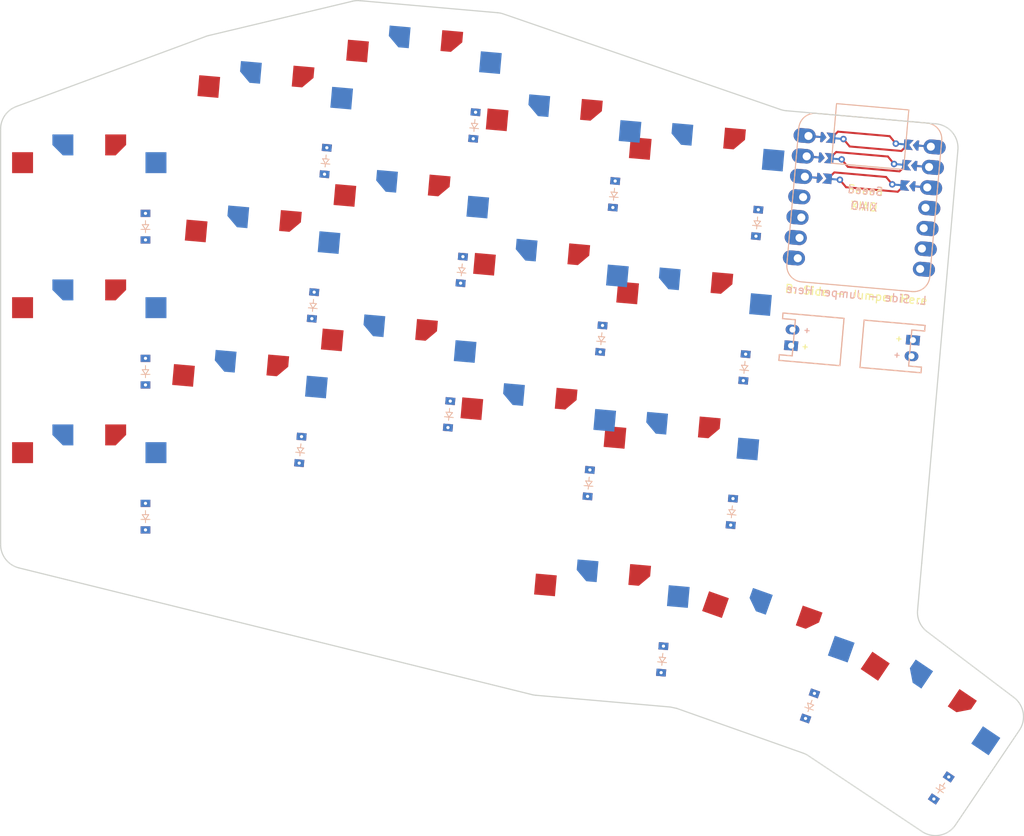
<source format=kicad_pcb>
(kicad_pcb (version 20240108) (generator "pcbnew") (generator_version "8.0")
  (title_block (title "boardPcb") (rev "v1.0.0") (company "Unknown"))
  (layers (0 "F.Cu" signal) (31 "B.Cu" signal) (34 "B.Paste" user) (35 "F.Paste" user) (36 "B.SilkS" user "B.Silkscreen") (37 "F.SilkS" user "F.Silkscreen") (38 "B.Mask" user) (39 "F.Mask" user) (44 "Edge.Cuts" user))
  (net 0 "")
  (net 1 "Row3")
  (net 2 "Net-(D1-A)")
  (net 3 "Row2")
  (net 4 "Net-(D2-A)")
  (net 5 "Row1")
  (net 6 "Net-(D3-A)")
  (net 7 "Net-(D4-A)")
  (net 8 "Net-(D5-A)")
  (net 9 "Net-(D6-A)")
  (net 10 "Net-(D7-A)")
  (net 11 "Net-(D8-A)")
  (net 12 "Net-(D9-A)")
  (net 13 "Net-(D10-A)")
  (net 14 "Net-(D11-A)")
  (net 15 "Net-(D12-A)")
  (net 16 "Net-(D13-A)")
  (net 17 "Net-(D14-A)")
  (net 18 "Net-(D15-A)")
  (net 19 "Row4")
  (net 20 "Net-(D16-A)")
  (net 21 "Net-(D17-A)")
  (net 22 "Net-(D18-A)")
  (net 23 "Net-(JST1-Pin_1)")
  (net 24 "Net-(JST1-Pin_2)")
  (net 25 "Col1")
  (net 26 "Col2")
  (net 27 "Col3")
  (net 28 "Col4")
  (net 29 "Col5")
  (net 30 "_1_2")
  (net 31 "_1_13")
  (net 32 "_1_12")
  (net 33 "_1_11")
  (net 34 "_1_1")
  (net 35 "_1_0")
  (net 36 "VCC")
  (net 37 "V3")
  (net 38 "P9")
  (net 39 "P8")
  (net 40 "P7")
  (net 41 "P6")
  (net 42 "P5")
  (net 43 "P4")
  (net 44 "P3")
  (net 45 "P2")
  (net 46 "P10")
  (net 47 "P1")
  (net 48 "P0")
  (net 49 "GND")
  (footprint "clacken:reversable_diode" (layer "F.Cu") (at 6.975552 -13.806658 90)
    (property "Reference" "D2" (hide yes))
    (property "Value" "1N914" (hide yes))
  )
  (footprint "clacken:choc_switches" (layer "F.Cu") (at 58.523756 -40.611038 -5)
    (property "Reference" "S12" (hide yes))
    (property "Value" "SW_Push_45deg" (hide yes))
  )
  (footprint "clacken:reversable_diode" (layer "F.Cu") (at 65.10729 -35.825694 85)
    (property "Reference" "D12" (hide yes))
    (property "Value" "1N914" (hide yes))
  )
  (footprint "clacken:choc_switches" (layer "F.Cu") (at 41.202341 -49.153204 -5)
    (property "Reference" "S9" (hide yes))
    (property "Value" "SW_Push_45deg" (hide yes))
  )
  (footprint "clacken:reversable_diode" (layer "F.Cu") (at 61.969683 0.037316 85)
    (property "Reference" "D10" (hide yes))
    (property "Value" "1N914" (hide yes))
  )
  (footprint "clacken:choc_switches" (layer "F.Cu") (at 21.179099 -26.813335 -5)
    (property "Reference" "S5" (hide yes))
    (property "Value" "SW_Push_45deg" (hide yes))
  )
  (footprint "clacken:JST_angled" (layer "F.Cu") (at 87.164579 -18.028894 85)
    (property "Reference" "JST1" (hide yes))
    (property "Value" "Conn_01x02" (hide yes))
  )
  (footprint "clacken:reversable_diode" (layer "F.Cu") (at 27.762633 -22.02799 85)
    (property "Reference" "D5" (hide yes))
    (property "Value" "1N914" (hide yes))
  )
  (footprint "clacken:choc_switches" (layer "F.Cu") (at 84.246109 21.41503 -19.5)
    (property "Reference" "S17" (hide yes))
    (property "Value" "SW_Push_45deg" (hide yes))
  )
  (footprint "clacken:reversable_diode" (layer "F.Cu") (at 26.19383 -4.096486 85)
    (property "Reference" "D4" (hide yes))
    (property "Value" "1N914" (hide yes))
  )
  (footprint "clacken:choc_switches" (layer "F.Cu") (at 39.633538 -31.2217 -5)
    (property "Reference" "S8" (hide yes))
    (property "Value" "SW_Push_45deg" (hide yes))
  )
  (footprint "clacken:JST_angled" (layer "F.Cu") (at 102.1075 -16.721558 -95)
    (property "Reference" "JST2" (hide yes))
    (property "Value" "Conn_01x02" (hide yes))
  )
  (footprint "clacken:choc_switches" (layer "F.Cu") (at 76.280949 -37.049845 -5)
    (property "Reference" "S15" (hide yes))
    (property "Value" "SW_Push_45deg" (hide yes))
  )
  (footprint "clacken:reversable_diode" (layer "F.Cu") (at 89.421788 27.696335 70.5)
    (property "Reference" "D17" (hide yes))
    (property "Value" "1N914" (hide yes))
  )
  (footprint "clacken:choc_switches" (layer "F.Cu") (at 74.712145 -19.118341 -5)
    (property "Reference" "S14" (hide yes))
    (property "Value" "SW_Push_45deg" (hide yes))
  )
  (footprint "clacken:choc_switches" (layer "F.Cu") (at 19.610296 -8.88183 -5)
    (property "Reference" "S4" (hide yes))
    (property "Value" "SW_Push_45deg" (hide yes))
  )
  (footprint "clacken:reversable_diode" (layer "F.Cu") (at 29.331436 -39.959495 85)
    (property "Reference" "D6" (hide yes))
    (property "Value" "1N914" (hide yes))
  )
  (footprint "clacken:choc_switches" (layer "F.Cu") (at 38.064735 -13.290195 -5)
    (property "Reference" "S7" (hide yes))
    (property "Value" "SW_Push_45deg" (hide yes))
  )
  (footprint "clacken:reversable_diode" (layer "F.Cu") (at 81.295679 -14.332996 85)
    (property "Reference" "D14" (hide yes))
    (property "Value" "1N914" (hide yes))
  )
  (footprint "clacken:choc_switches" (layer "F.Cu") (at 22.747902 -44.74484 -5)
    (property "Reference" "S6" (hide yes))
    (property "Value" "SW_Push_45deg" (hide yes))
  )
  (footprint "xiao-ble-tht" (layer "F.Cu") (at 96.161265 -34.808633 -5)
    (property "Reference" "U1" (hide yes))
    (property "Value" "" (hide yes))
  )
  (footprint "clacken:reversable_diode" (layer "F.Cu") (at 82.864483 -32.264501 85)
    (property "Reference" "D15" (hide yes))
    (property "Value" "1N914" (hide yes))
  )
  (footprint "clacken:reversable_diode" (layer "F.Cu") (at 71.097554 21.916118 85)
    (property "Reference" "D16" (hide yes))
    (property "Value" "1N914" (hide yes))
  )
  (footprint "clacken:reversable_diode" (layer "F.Cu") (at 46.217072 -26.436355 85)
    (property "Reference" "D8" (hide yes))
    (property "Value" "1N914" (hide yes))
  )
  (footprint "clacken:choc_switches" (layer "F.Cu") (at 102.276993 30.503343 -34)
    (property "Reference" "S18" (hide yes))
    (property "Value" "SW_Push_45deg" (hide yes))
  )
  (footprint "clacken:choc_switches" (layer "F.Cu") (at 73.143342 -1.186836 -5)
    (property "Reference" "S13" (hide yes))
    (property "Value" "SW_Push_45deg" (hide yes))
  )
  (footprint "clacken:choc_switches" (layer "F.Cu") (at 0 -36)
    (property "Reference" "S3" (hide yes))
    (property "Value" "SW_Push_45deg" (hide yes))
  )
  (footprint "clacken:reversable_diode" (layer "F.Cu") (at 79.726876 3.598508 85)
    (property "Reference" "D13" (hide yes))
    (property "Value" "1N914" (hide yes))
  )
  (footprint "clacken:choc_switches" (layer "F.Cu") (at 56.954952 -22.679533 -5)
    (property "Reference" "S11" (hide yes))
    (property "Value" "SW_Push_45deg" (hide yes))
  )
  (footprint "clacken:reversable_diode" (layer "F.Cu") (at 6.975552 -31.806658 90)
    (property "Reference" "D3" (hide yes))
    (property "Value" "1N914" (hide yes))
  )
  (footprint "clacken:reversable_diode" (layer "F.Cu") (at 105.7151 37.88046 56)
    (property "Reference" "D18" (hide yes))
    (property "Value" "1N914" (hide yes))
  )
  (footprint "clacken:reversable_diode" (layer "F.Cu") (at 63.538486 -17.894189 85)
    (property "Reference" "D11" (hide yes))
    (property "Value" "1N914" (hide yes))
  )
  (footprint "clacken:choc_switches" (layer "F.Cu") (at 55.386149 -4.748029 -5)
    (property "Reference" "S10" (hide yes))
    (property "Value" "SW_Push_45deg" (hide yes))
  )
  (footprint "clacken:choc_switches" (layer "F.Cu") (at 0 0)
    (property "Reference" "S1" (hide yes))
    (property "Value" "SW_Push_45deg" (hide yes))
  )
  (footprint "clacken:reversable_diode" (layer "F.Cu") (at 47.785875 -44.36786 85)
    (property "Reference" "D9" (hide yes))
    (property "Value" "1N914" (hide yes))
  )
  (footprint "clacken:choc_switches" (layer "F.Cu") (at 0 -18)
    (property "Reference" "S2" (hide yes))
    (property "Value" "SW_Push_45deg" (hide yes))
  )
  (footprint "clacken:reversable_diode" (layer "F.Cu") (at 6.975552 4.193342 90)
    (property "Reference" "D1" (hide yes))
    (property "Value" "1N914" (hide yes))
  )
  (footprint "clacken:reversable_diode" (layer "F.Cu") (at 44.648269 -8.504851 85)
    (property "Reference" "D7" (hide yes))
    (property "Value" "1N914" (hide yes))
  )
  (footprint "clacken:choc_switches" (layer "F.Cu") (at 64.51402 17.130773 -5)
    (property "Reference" "S16" (hide yes))
    (property "Value" "SW_Push_45deg" (hide yes))
  )
  (gr_arc (start -11 -43.911182) (mid -10.461999 -45.625404) (end -9.040961 -46.724792) (stroke (width 0.15)) (layer "Edge.Cuts"))
  (gr_arc (start 105.045958 -44.571431) (mid 107.082624 -43.51121) (end 107.773075 -41.32138) (stroke (width 0.15)) (layer "Edge.Cuts"))
  (gr_arc (start 50.67174 -58.362938) (mid 51.034936 -58.308599) (end 51.388771 -58.210291) (stroke (width 0.15)) (layer "Edge.Cuts"))
  (gr_line (start 33.593127 -59.857123) (end 50.671739 -58.362938) (stroke (width 0.15)) (layer "Edge.Cuts"))
  (gr_arc (start 107.473693 42.470126) (mid 105.566364 43.73599) (end 103.321452 43.288013) (stroke (width 0.15)) (layer "Edge.Cuts"))
  (gr_line (start 86.48617 -46.195203) (end 105.045958 -44.571432) (stroke (width 0.15)) (layer "Edge.Cuts"))
  (gr_arc (start -8.719659 10.563476) (mid -10.362094 9.500536) (end -11 7.651073) (stroke (width 0.15)) (layer "Edge.Cuts"))
  (gr_arc (start 103.945845 18.471535) (mid 103.015876 17.296364) (end 102.77038 15.817986) (stroke (width 0.15)) (layer "Edge.Cuts"))
  (gr_line (start 103.321452 43.288013) (end 89.231622 33.886407) (stroke (width 0.15)) (layer "Edge.Cuts"))
  (gr_line (start 88.567914 33.553948) (end 72.895588 28.004086) (stroke (width 0.15)) (layer "Edge.Cuts"))
  (gr_line (start 115.401368 30.716864) (end 107.473693 42.470126) (stroke (width 0.15)) (layer "Edge.Cuts"))
  (gr_line (start 72.895588 28.004086) (end 72.110118 27.833544) (stroke (width 0.15)) (layer "Edge.Cuts"))
  (gr_line (start -11 7.651073) (end -11 -43.911182) (stroke (width 0.15)) (layer "Edge.Cuts"))
  (gr_line (start 51.388771 -58.210291) (end 85.769139 -46.347849) (stroke (width 0.15)) (layer "Edge.Cuts"))
  (gr_line (start 107.773075 -41.32138) (end 103.284633 9.981746) (stroke (width 0.15)) (layer "Edge.Cuts"))
  (gr_line (start -9.040961 -46.724792) (end 14.484868 -55.428722) (stroke (width 0.15)) (layer "Edge.Cuts"))
  (gr_arc (start 86.486171 -46.195202) (mid 86.122975 -46.249541) (end 85.769139 -46.347849) (stroke (width 0.15)) (layer "Edge.Cuts"))
  (gr_arc (start 103.284633 9.981746) (mid 103.284552 9.982673) (end 103.28447 9.9836) (stroke (width 0.15)) (layer "Edge.Cuts"))
  (gr_arc (start 114.727211 26.649059) (mid 115.873885 28.548787) (end 115.401368 30.716864) (stroke (width 0.15)) (layer "Edge.Cuts"))
  (gr_line (start 103.28447 9.9836) (end 102.77038 15.817986) (stroke (width 0.15)) (layer "Edge.Cuts"))
  (gr_arc (start 55.406861 26.372198) (mid 55.176288 26.342988) (end 54.948669 26.296017) (stroke (width 0.15)) (layer "Edge.Cuts"))
  (gr_arc (start 32.634636 -59.786442) (mid 33.111033 -59.860415) (end 33.593127 -59.857123) (stroke (width 0.15)) (layer "Edge.Cuts"))
  (gr_line (start 103.945845 18.471535) (end 114.727212 26.649058) (stroke (width 0.15)) (layer "Edge.Cuts"))
  (gr_line (start 14.828805 -55.533015) (end 32.634636 -59.786442) (stroke (width 0.15)) (layer "Edge.Cuts"))
  (gr_arc (start 88.567914 33.553948) (mid 88.910091 33.69957) (end 89.231622 33.886407) (stroke (width 0.15)) (layer "Edge.Cuts"))
  (gr_line (start 72.110118 27.833544) (end 55.406861 26.372198) (stroke (width 0.15)) (layer "Edge.Cuts"))
  (gr_line (start 54.948669 26.296017) (end -8.719659 10.563476) (stroke (width 0.15)) (layer "Edge.Cuts"))
  (gr_arc (start 14.484868 -55.428722) (mid 14.655273 -55.486024) (end 14.828805 -55.533015) (stroke (width 0.15)) (layer "Edge.Cuts"))
  (segment (start 90.78 -37.83) (end 88.79 -38) (width 0.25) (layer "F.Cu") (net 30))
  (segment (start 90.78 -37.83) (end 88.79 -38) (width 0.25) (layer "B.Cu") (net 30))
  (segment (start 102.42 -41.91) (end 104.42 -41.74) (width 0.25) (layer "F.Cu") (net 31))
  (segment (start 102.42 -41.91) (end 104.42 -41.74) (width 0.25) (layer "B.Cu") (net 31))
  (segment (start 102.2 -39.38) (end 104.2 -39.21) (width 0.25) (layer "F.Cu") (net 32))
  (segment (start 102.2 -39.38) (end 104.2 -39.21) (width 0.25) (layer "B.Cu") (net 32))
  (segment (start 101.98 -36.85) (end 103.97 -36.67) (width 0.25) (layer "F.Cu") (net 33))
  (segment (start 101.98 -36.85) (end 103.97 -36.67) (width 0.25) (layer "B.Cu") (net 33))
  (segment (start 91.01 -40.36) (end 89.01 -40.53) (width 0.25) (layer "F.Cu") (net 34))
  (segment (start 91.01 -40.36) (end 89.01 -40.53) (width 0.25) (layer "B.Cu") (net 34))
  (segment (start 91.23 -42.89) (end 89.23 -43.06) (width 0.25) (layer "F.Cu") (net 35))
  (segment (start 91.23 -42.89) (end 89.23 -43.06) (width 0.25) (layer "B.Cu") (net 35))
  (segment (start 92.89 -43.6) (end 99.31 -43.04) (width 0.25) (layer "F.Cu") (net 36))
  (segment (start 99.31 -43.04) (end 100.07 -42.12) (width 0.25) (layer "F.Cu") (net 36))
  (segment (start 92.07 -42.82) (end 92.89 -43.6) (width 0.25) (layer "F.Cu") (net 36))
  (segment (start 101.58 -41.98) (end 100.07 -42.12) (width 0.25) (layer "B.Cu") (net 36))
  (segment (start 91.63 -37.76) (end 92.45 -38.54) (width 0.25) (layer "F.Cu") (net 37))
  (segment (start 98.87 -37.97) (end 99.63 -37.05) (width 0.25) (layer "F.Cu") (net 37))
  (segment (start 92.45 -38.54) (end 98.87 -37.97) (width 0.25) (layer "F.Cu") (net 37))
  (segment (start 101.14 -36.92) (end 99.63 -37.05) (width 0.25) (layer "B.Cu") (net 37))
  (segment (start 100.31 -36.14) (end 93.9 -36.7) (width 0.25) (layer "F.Cu") (net 45))
  (segment (start 93.9 -36.7) (end 93.13 -37.62) (width 0.25) (layer "F.Cu") (net 45))
  (segment (start 101.14 -36.92) (end 100.31 -36.14) (width 0.25) (layer "F.Cu") (net 45))
  (segment (start 91.63 -37.76) (end 93.13 -37.62) (width 0.25) (layer "B.Cu") (net 45))
  (segment (start 100.53 -38.67) (end 94.12 -39.23) (width 0.25) (layer "F.Cu") (net 47))
  (segment (start 94.12 -39.23) (end 93.35 -40.15) (width 0.25) (layer "F.Cu") (net 47))
  (segment (start 101.36 -39.45) (end 100.53 -38.67) (width 0.25) (layer "F.Cu") (net 47))
  (segment (start 91.85 -40.29) (end 93.35 -40.15) (width 0.25) (layer "B.Cu") (net 47))
  (segment (start 94.34 -41.76) (end 93.58 -42.68) (width 0.25) (layer "F.Cu") (net 48))
  (segment (start 101.58 -41.98) (end 100.76 -41.2) (width 0.25) (layer "F.Cu") (net 48))
  (segment (start 100.76 -41.2) (end 94.34 -41.76) (width 0.25) (layer "F.Cu") (net 48))
  (segment (start 92.07 -42.82) (end 93.58 -42.68) (width 0.25) (layer "B.Cu") (net 48))
  (segment (start 91.85 -40.29) (end 92.67 -41.07) (width 0.25) (layer "F.Cu") (net 49))
  (segment (start 99.09 -40.51) (end 99.85 -39.59) (width 0.25) (layer "F.Cu") (net 49))
  (segment (start 92.67 -41.07) (end 99.09 -40.51) (width 0.25) (layer "F.Cu") (net 49))
  (segment (start 101.36 -39.45) (end 99.85 -39.59) (width 0.25) (layer "B.Cu") (net 49))
)
</source>
